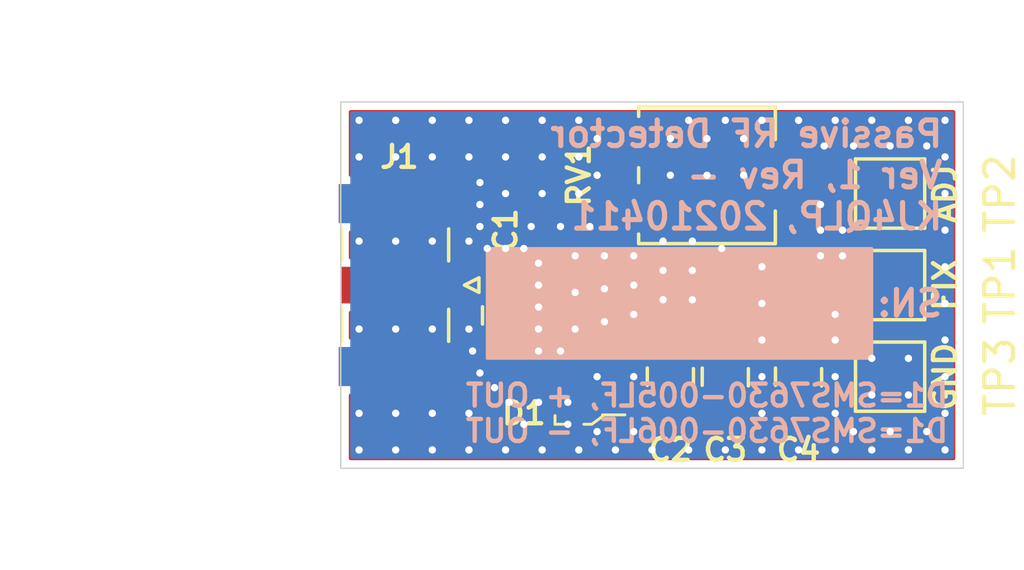
<source format=kicad_pcb>
(kicad_pcb (version 20171130) (host pcbnew 5.1.9-73d0e3b20d~88~ubuntu20.04.1)

  (general
    (thickness 1.6)
    (drawings 11)
    (tracks 160)
    (zones 0)
    (modules 11)
    (nets 7)
  )

  (page USLetter)
  (title_block
    (title "RF Detector, V1")
    (date 2021-04-10)
    (rev -)
    (company "Amateur Radio")
    (comment 2 creativecommons.org/licenses/by/4.0/)
    (comment 3 "License: CC BY 4.0")
    (comment 4 "Author: Zach Leffke, KJ4QLP")
  )

  (layers
    (0 F.Cu signal)
    (31 B.Cu signal)
    (32 B.Adhes user)
    (33 F.Adhes user)
    (34 B.Paste user)
    (35 F.Paste user)
    (36 B.SilkS user)
    (37 F.SilkS user)
    (38 B.Mask user)
    (39 F.Mask user)
    (40 Dwgs.User user)
    (41 Cmts.User user)
    (42 Eco1.User user)
    (43 Eco2.User user)
    (44 Edge.Cuts user)
    (45 Margin user)
    (46 B.CrtYd user)
    (47 F.CrtYd user)
    (48 B.Fab user)
    (49 F.Fab user)
  )

  (setup
    (last_trace_width 0.762)
    (user_trace_width 0.508)
    (user_trace_width 0.635)
    (user_trace_width 0.762)
    (user_trace_width 1.016)
    (trace_clearance 0.1524)
    (zone_clearance 0.254)
    (zone_45_only no)
    (trace_min 0.1524)
    (via_size 0.508)
    (via_drill 0.254)
    (via_min_size 0.508)
    (via_min_drill 0.254)
    (uvia_size 0.508)
    (uvia_drill 0.254)
    (uvias_allowed no)
    (uvia_min_size 0.508)
    (uvia_min_drill 0.254)
    (edge_width 0.05)
    (segment_width 0.2)
    (pcb_text_width 0.3)
    (pcb_text_size 1.5 1.5)
    (mod_edge_width 0.12)
    (mod_text_size 1 1)
    (mod_text_width 0.15)
    (pad_size 1.524 1.524)
    (pad_drill 0.762)
    (pad_to_mask_clearance 0)
    (aux_axis_origin 0 0)
    (visible_elements FFFDFF7F)
    (pcbplotparams
      (layerselection 0x010fc_ffffffff)
      (usegerberextensions false)
      (usegerberattributes true)
      (usegerberadvancedattributes true)
      (creategerberjobfile true)
      (excludeedgelayer true)
      (linewidth 0.100000)
      (plotframeref false)
      (viasonmask false)
      (mode 1)
      (useauxorigin false)
      (hpglpennumber 1)
      (hpglpenspeed 20)
      (hpglpendiameter 15.000000)
      (psnegative false)
      (psa4output false)
      (plotreference true)
      (plotvalue true)
      (plotinvisibletext false)
      (padsonsilk false)
      (subtractmaskfromsilk false)
      (outputformat 1)
      (mirror false)
      (drillshape 1)
      (scaleselection 1)
      (outputdirectory ""))
  )

  (net 0 "")
  (net 1 "Net-(C1-Pad1)")
  (net 2 "Net-(C1-Pad2)")
  (net 3 GND)
  (net 4 "Net-(C2-Pad2)")
  (net 5 "Net-(C4-Pad2)")
  (net 6 "Net-(RV1-Pad2)")

  (net_class Default "This is the default net class."
    (clearance 0.1524)
    (trace_width 0.254)
    (via_dia 0.508)
    (via_drill 0.254)
    (uvia_dia 0.508)
    (uvia_drill 0.254)
    (diff_pair_width 0.254)
    (diff_pair_gap 0.254)
    (add_net GND)
    (add_net "Net-(C1-Pad1)")
    (add_net "Net-(C1-Pad2)")
    (add_net "Net-(C2-Pad2)")
    (add_net "Net-(C4-Pad2)")
    (add_net "Net-(RV1-Pad2)")
  )

  (module TestPoint:TestPoint_Pad_2.0x2.0mm (layer F.Cu) (tedit 5A0F774F) (tstamp 6071C28A)
    (at 133.35 92.075 270)
    (descr "SMD rectangular pad as test Point, square 2.0mm side length")
    (tags "test point SMD pad rectangle square")
    (path /60743281)
    (attr virtual)
    (fp_text reference TP3 (at 0 -3.81 90) (layer F.SilkS)
      (effects (font (size 1 1) (thickness 0.15)))
    )
    (fp_text value TestPoint (at 0 2.05 90) (layer F.Fab)
      (effects (font (size 1 1) (thickness 0.15)))
    )
    (fp_line (start -1.2 -1.2) (end 1.2 -1.2) (layer F.SilkS) (width 0.12))
    (fp_line (start 1.2 -1.2) (end 1.2 1.2) (layer F.SilkS) (width 0.12))
    (fp_line (start 1.2 1.2) (end -1.2 1.2) (layer F.SilkS) (width 0.12))
    (fp_line (start -1.2 1.2) (end -1.2 -1.2) (layer F.SilkS) (width 0.12))
    (fp_line (start -1.5 -1.5) (end 1.5 -1.5) (layer F.CrtYd) (width 0.05))
    (fp_line (start -1.5 -1.5) (end -1.5 1.5) (layer F.CrtYd) (width 0.05))
    (fp_line (start 1.5 1.5) (end 1.5 -1.5) (layer F.CrtYd) (width 0.05))
    (fp_line (start 1.5 1.5) (end -1.5 1.5) (layer F.CrtYd) (width 0.05))
    (pad 1 smd rect (at 0 0 270) (size 2 2) (layers F.Cu F.Mask)
      (net 3 GND))
  )

  (module TestPoint:TestPoint_Pad_2.0x2.0mm (layer F.Cu) (tedit 5A0F774F) (tstamp 6072CC74)
    (at 133.35 85.725 270)
    (descr "SMD rectangular pad as test Point, square 2.0mm side length")
    (tags "test point SMD pad rectangle square")
    (path /60742C6A)
    (attr virtual)
    (fp_text reference TP2 (at 0 -3.81 90) (layer F.SilkS)
      (effects (font (size 1 1) (thickness 0.15)))
    )
    (fp_text value adjust (at 0 2.05 90) (layer F.Fab)
      (effects (font (size 1 1) (thickness 0.15)))
    )
    (fp_line (start -1.2 -1.2) (end 1.2 -1.2) (layer F.SilkS) (width 0.12))
    (fp_line (start 1.2 -1.2) (end 1.2 1.2) (layer F.SilkS) (width 0.12))
    (fp_line (start 1.2 1.2) (end -1.2 1.2) (layer F.SilkS) (width 0.12))
    (fp_line (start -1.2 1.2) (end -1.2 -1.2) (layer F.SilkS) (width 0.12))
    (fp_line (start -1.5 -1.5) (end 1.5 -1.5) (layer F.CrtYd) (width 0.05))
    (fp_line (start -1.5 -1.5) (end -1.5 1.5) (layer F.CrtYd) (width 0.05))
    (fp_line (start 1.5 1.5) (end 1.5 -1.5) (layer F.CrtYd) (width 0.05))
    (fp_line (start 1.5 1.5) (end -1.5 1.5) (layer F.CrtYd) (width 0.05))
    (pad 1 smd rect (at 0 0 270) (size 2 2) (layers F.Cu F.Mask)
      (net 6 "Net-(RV1-Pad2)"))
  )

  (module TestPoint:TestPoint_Pad_2.0x2.0mm (layer F.Cu) (tedit 5A0F774F) (tstamp 6071C26E)
    (at 133.35 88.9 270)
    (descr "SMD rectangular pad as test Point, square 2.0mm side length")
    (tags "test point SMD pad rectangle square")
    (path /60742678)
    (attr virtual)
    (fp_text reference TP1 (at 0 -3.81 90) (layer F.SilkS)
      (effects (font (size 1 1) (thickness 0.15)))
    )
    (fp_text value fixed (at 0 2.05 90) (layer F.Fab)
      (effects (font (size 1 1) (thickness 0.15)))
    )
    (fp_line (start -1.2 -1.2) (end 1.2 -1.2) (layer F.SilkS) (width 0.12))
    (fp_line (start 1.2 -1.2) (end 1.2 1.2) (layer F.SilkS) (width 0.12))
    (fp_line (start 1.2 1.2) (end -1.2 1.2) (layer F.SilkS) (width 0.12))
    (fp_line (start -1.2 1.2) (end -1.2 -1.2) (layer F.SilkS) (width 0.12))
    (fp_line (start -1.5 -1.5) (end 1.5 -1.5) (layer F.CrtYd) (width 0.05))
    (fp_line (start -1.5 -1.5) (end -1.5 1.5) (layer F.CrtYd) (width 0.05))
    (fp_line (start 1.5 1.5) (end 1.5 -1.5) (layer F.CrtYd) (width 0.05))
    (fp_line (start 1.5 1.5) (end -1.5 1.5) (layer F.CrtYd) (width 0.05))
    (pad 1 smd rect (at 0 0 270) (size 2 2) (layers F.Cu F.Mask)
      (net 5 "Net-(C4-Pad2)"))
  )

  (module Potentiometer_SMD:Potentiometer_Bourns_3314G_Vertical (layer F.Cu) (tedit 5A81E1D7) (tstamp 6071C260)
    (at 127 85.09 90)
    (descr "Potentiometer, vertical, Bourns 3314G, http://www.bourns.com/docs/Product-Datasheets/3314.pdf")
    (tags "Potentiometer vertical Bourns 3314G")
    (path /6073FAD7)
    (attr smd)
    (fp_text reference RV1 (at 0 -4.445 90) (layer F.SilkS)
      (effects (font (size 0.762 0.762) (thickness 0.1524)))
    )
    (fp_text value 10k (at 0 4.65 90) (layer F.Fab)
      (effects (font (size 1 1) (thickness 0.15)))
    )
    (fp_circle (center 0 0) (end 1 0) (layer F.Fab) (width 0.1))
    (fp_line (start -2.25 -2.25) (end -2.25 2.25) (layer F.Fab) (width 0.1))
    (fp_line (start -2.25 2.25) (end 2.25 2.25) (layer F.Fab) (width 0.1))
    (fp_line (start 2.25 2.25) (end 2.25 -2.25) (layer F.Fab) (width 0.1))
    (fp_line (start 2.25 -2.25) (end -2.25 -2.25) (layer F.Fab) (width 0.1))
    (fp_line (start 0 0.99) (end 0.001 -0.989) (layer F.Fab) (width 0.1))
    (fp_line (start 0 0.99) (end 0.001 -0.989) (layer F.Fab) (width 0.1))
    (fp_line (start 2.04 -2.37) (end 2.37 -2.37) (layer F.SilkS) (width 0.12))
    (fp_line (start -2.37 -2.37) (end -2.039 -2.37) (layer F.SilkS) (width 0.12))
    (fp_line (start -0.259 -2.37) (end 0.26 -2.37) (layer F.SilkS) (width 0.12))
    (fp_line (start -2.37 2.37) (end -1.24 2.37) (layer F.SilkS) (width 0.12))
    (fp_line (start 1.24 2.37) (end 2.37 2.37) (layer F.SilkS) (width 0.12))
    (fp_line (start -2.37 -2.37) (end -2.37 2.37) (layer F.SilkS) (width 0.12))
    (fp_line (start 2.37 -2.37) (end 2.37 2.37) (layer F.SilkS) (width 0.12))
    (fp_line (start -2.5 -3.65) (end -2.5 3.65) (layer F.CrtYd) (width 0.05))
    (fp_line (start -2.5 3.65) (end 2.5 3.65) (layer F.CrtYd) (width 0.05))
    (fp_line (start 2.5 3.65) (end 2.5 -3.65) (layer F.CrtYd) (width 0.05))
    (fp_line (start 2.5 -3.65) (end -2.5 -3.65) (layer F.CrtYd) (width 0.05))
    (fp_text user %R (at 0 -1.7 90) (layer F.Fab)
      (effects (font (size 0.63 0.63) (thickness 0.15)))
    )
    (pad 3 smd rect (at -1.15 -2.75 90) (size 1.3 1.3) (layers F.Cu F.Paste F.Mask)
      (net 5 "Net-(C4-Pad2)"))
    (pad 2 smd rect (at 0 2.75 90) (size 2 1.3) (layers F.Cu F.Paste F.Mask)
      (net 6 "Net-(RV1-Pad2)"))
    (pad 1 smd rect (at 1.15 -2.75 90) (size 1.3 1.3) (layers F.Cu F.Paste F.Mask)
      (net 3 GND))
    (model ${KISYS3DMOD}/Potentiometer_SMD.3dshapes/Potentiometer_Bourns_3314G_Vertical.wrl
      (at (xyz 0 0 0))
      (scale (xyz 1 1 1))
      (rotate (xyz 0 0 0))
    )
  )

  (module Inductor_SMD:L_0805_2012Metric (layer F.Cu) (tedit 5F68FEF0) (tstamp 6072B1C6)
    (at 128.905 88.9)
    (descr "Inductor SMD 0805 (2012 Metric), square (rectangular) end terminal, IPC_7351 nominal, (Body size source: IPC-SM-782 page 80, https://www.pcb-3d.com/wordpress/wp-content/uploads/ipc-sm-782a_amendment_1_and_2.pdf), generated with kicad-footprint-generator")
    (tags inductor)
    (path /6071C26A)
    (attr smd)
    (fp_text reference L1 (at -2.54 0) (layer F.SilkS)
      (effects (font (size 0.762 0.762) (thickness 0.1524)))
    )
    (fp_text value 100nH (at 0 1.55) (layer F.Fab)
      (effects (font (size 1 1) (thickness 0.15)))
    )
    (fp_line (start -1 0.45) (end -1 -0.45) (layer F.Fab) (width 0.1))
    (fp_line (start -1 -0.45) (end 1 -0.45) (layer F.Fab) (width 0.1))
    (fp_line (start 1 -0.45) (end 1 0.45) (layer F.Fab) (width 0.1))
    (fp_line (start 1 0.45) (end -1 0.45) (layer F.Fab) (width 0.1))
    (fp_line (start -0.399622 -0.56) (end 0.399622 -0.56) (layer F.SilkS) (width 0.12))
    (fp_line (start -0.399622 0.56) (end 0.399622 0.56) (layer F.SilkS) (width 0.12))
    (fp_line (start -1.75 0.85) (end -1.75 -0.85) (layer F.CrtYd) (width 0.05))
    (fp_line (start -1.75 -0.85) (end 1.75 -0.85) (layer F.CrtYd) (width 0.05))
    (fp_line (start 1.75 -0.85) (end 1.75 0.85) (layer F.CrtYd) (width 0.05))
    (fp_line (start 1.75 0.85) (end -1.75 0.85) (layer F.CrtYd) (width 0.05))
    (fp_text user %R (at 0 0) (layer F.Fab)
      (effects (font (size 0.5 0.5) (thickness 0.08)))
    )
    (pad 2 smd roundrect (at 1.0625 0) (size 0.875 1.2) (layers F.Cu F.Paste F.Mask) (roundrect_rratio 0.25)
      (net 5 "Net-(C4-Pad2)"))
    (pad 1 smd roundrect (at -1.0625 0) (size 0.875 1.2) (layers F.Cu F.Paste F.Mask) (roundrect_rratio 0.25)
      (net 4 "Net-(C2-Pad2)"))
    (model ${KISYS3DMOD}/Inductor_SMD.3dshapes/L_0805_2012Metric.wrl
      (at (xyz 0 0 0))
      (scale (xyz 1 1 1))
      (rotate (xyz 0 0 0))
    )
  )

  (module Connector_Coaxial:SMA_Samtec_SMA-J-P-X-ST-EM1_EdgeMount (layer F.Cu) (tedit 5DAA3454) (tstamp 60728BD4)
    (at 116.332 88.9 270)
    (descr "Connector SMA, 0Hz to 20GHz, 50Ohm, Edge Mount (http://suddendocs.samtec.com/prints/sma-j-p-x-st-em1-mkt.pdf)")
    (tags "SMA Straight Samtec Edge Mount")
    (path /607212BA)
    (attr smd)
    (fp_text reference J1 (at -4.445 0 180) (layer F.SilkS)
      (effects (font (size 0.762 0.762) (thickness 0.1524)))
    )
    (fp_text value RF_IN_EDGE (at 0 13 90) (layer F.Fab)
      (effects (font (size 1 1) (thickness 0.15)))
    )
    (fp_line (start -0.25 -2.76) (end 0 -2.26) (layer F.SilkS) (width 0.12))
    (fp_line (start 0.25 -2.76) (end -0.25 -2.76) (layer F.SilkS) (width 0.12))
    (fp_line (start 0 -2.26) (end 0.25 -2.76) (layer F.SilkS) (width 0.12))
    (fp_line (start 0 3.1) (end -0.64 2.1) (layer F.Fab) (width 0.1))
    (fp_line (start 0.64 2.1) (end 0 3.1) (layer F.Fab) (width 0.1))
    (fp_line (start 4 2.6) (end 4 -2.6) (layer F.CrtYd) (width 0.05))
    (fp_line (start 3.68 12.12) (end -3.68 12.12) (layer F.CrtYd) (width 0.05))
    (fp_line (start -4 2.6) (end -4 -2.6) (layer F.CrtYd) (width 0.05))
    (fp_line (start -4 -2.6) (end 4 -2.6) (layer F.CrtYd) (width 0.05))
    (fp_line (start 4 2.6) (end 4 -2.6) (layer B.CrtYd) (width 0.05))
    (fp_line (start 3.68 12.12) (end -3.68 12.12) (layer B.CrtYd) (width 0.05))
    (fp_line (start -4 2.6) (end -4 -2.6) (layer B.CrtYd) (width 0.05))
    (fp_line (start -4 -2.6) (end 4 -2.6) (layer B.CrtYd) (width 0.05))
    (fp_line (start 3.165 11.62) (end -3.165 11.62) (layer F.Fab) (width 0.1))
    (fp_line (start 3.175 -1.71) (end 3.175 11.62) (layer F.Fab) (width 0.1))
    (fp_line (start 3.175 -1.71) (end 2.365 -1.71) (layer F.Fab) (width 0.1))
    (fp_line (start 2.365 -1.71) (end 2.365 2.1) (layer F.Fab) (width 0.1))
    (fp_line (start 2.365 2.1) (end -2.365 2.1) (layer F.Fab) (width 0.1))
    (fp_line (start -2.365 2.1) (end -2.365 -1.71) (layer F.Fab) (width 0.1))
    (fp_line (start -2.365 -1.71) (end -3.175 -1.71) (layer F.Fab) (width 0.1))
    (fp_line (start -3.175 -1.71) (end -3.175 11.62) (layer F.Fab) (width 0.1))
    (fp_line (start 4.1 2.1) (end -4.1 2.1) (layer Dwgs.User) (width 0.1))
    (fp_line (start -3.68 2.6) (end -4 2.6) (layer F.CrtYd) (width 0.05))
    (fp_line (start -3.68 12.12) (end -3.68 2.6) (layer F.CrtYd) (width 0.05))
    (fp_line (start 3.68 2.6) (end 4 2.6) (layer F.CrtYd) (width 0.05))
    (fp_line (start 3.68 2.6) (end 3.68 12.12) (layer F.CrtYd) (width 0.05))
    (fp_line (start -3.68 2.6) (end -4 2.6) (layer B.CrtYd) (width 0.05))
    (fp_line (start -3.68 12.12) (end -3.68 2.6) (layer B.CrtYd) (width 0.05))
    (fp_line (start 4 2.6) (end 3.68 2.6) (layer B.CrtYd) (width 0.05))
    (fp_line (start 3.68 2.6) (end 3.68 12.12) (layer B.CrtYd) (width 0.05))
    (fp_line (start -1.95 2) (end -0.84 2) (layer F.SilkS) (width 0.12))
    (fp_line (start 0.84 2) (end 1.95 2) (layer F.SilkS) (width 0.12))
    (fp_line (start -1.95 -1.71) (end -0.84 -1.71) (layer F.SilkS) (width 0.12))
    (fp_line (start 0.84 -1.71) (end 1.95 -1.71) (layer F.SilkS) (width 0.12))
    (fp_text user "Board Thickness: 1.57mm" (at 0 8.255 90) (layer Cmts.User)
      (effects (font (size 1 1) (thickness 0.15)))
    )
    (fp_text user "PCB Edge" (at 0 2.6 90) (layer Dwgs.User)
      (effects (font (size 0.5 0.5) (thickness 0.1)))
    )
    (fp_text user %R (at 0 4.79 270) (layer F.Fab)
      (effects (font (size 1 1) (thickness 0.15)))
    )
    (pad 1 smd rect (at 0 0.2 270) (size 1.27 3.6) (layers F.Cu F.Paste F.Mask)
      (net 2 "Net-(C1-Pad2)"))
    (pad 2 smd rect (at 2.825 0 270) (size 1.35 4.2) (layers F.Cu F.Paste F.Mask)
      (net 3 GND))
    (pad 2 smd rect (at -2.825 0 270) (size 1.35 4.2) (layers F.Cu F.Paste F.Mask)
      (net 3 GND))
    (pad 2 smd rect (at 2.825 0 270) (size 1.35 4.2) (layers B.Cu B.Paste B.Mask)
      (net 3 GND))
    (pad 2 smd rect (at -2.825 0 270) (size 1.35 4.2) (layers B.Cu B.Paste B.Mask)
      (net 3 GND))
    (model ${KISYS3DMOD}/Connector_Coaxial.3dshapes/SMA_Samtec_SMA-J-P-X-ST-EM1_EdgeMount.wrl
      (at (xyz 0 0 0))
      (scale (xyz 1 1 1))
      (rotate (xyz 0 0 0))
    )
  )

  (module digikey-footprints:SOT-23-3 (layer F.Cu) (tedit 5D28A5E3) (tstamp 6071C1F0)
    (at 122.555 92.075 180)
    (path /6071CE8C)
    (attr smd)
    (fp_text reference D1 (at 1.905 -1.27) (layer F.SilkS)
      (effects (font (size 0.762 0.762) (thickness 0.1524)))
    )
    (fp_text value SMS7630-005LF (at 0.025 3.25) (layer F.Fab)
      (effects (font (size 1 1) (thickness 0.15)))
    )
    (fp_line (start -1.825 -1.95) (end 1.825 -1.95) (layer F.CrtYd) (width 0.05))
    (fp_line (start -1.825 -1.95) (end -1.825 1.95) (layer F.CrtYd) (width 0.05))
    (fp_line (start 1.825 1.95) (end -1.825 1.95) (layer F.CrtYd) (width 0.05))
    (fp_line (start 1.825 -1.95) (end 1.825 1.95) (layer F.CrtYd) (width 0.05))
    (fp_line (start -0.175 -1.65) (end -0.45 -1.65) (layer F.SilkS) (width 0.1))
    (fp_line (start -0.45 -1.65) (end -0.825 -1.375) (layer F.SilkS) (width 0.1))
    (fp_line (start -0.825 -1.375) (end -0.825 -1.325) (layer F.SilkS) (width 0.1))
    (fp_line (start -0.825 -1.325) (end -1.6 -1.325) (layer F.SilkS) (width 0.1))
    (fp_line (start -0.7 -1.325) (end -0.7 1.525) (layer F.Fab) (width 0.1))
    (fp_line (start -0.425 -1.525) (end 0.7 -1.525) (layer F.Fab) (width 0.1))
    (fp_line (start -0.425 -1.525) (end -0.7 -1.325) (layer F.Fab) (width 0.1))
    (fp_line (start -0.35 1.65) (end -0.825 1.65) (layer F.SilkS) (width 0.1))
    (fp_line (start -0.825 1.65) (end -0.825 1.3) (layer F.SilkS) (width 0.1))
    (fp_line (start 0.825 1.425) (end 0.825 1.3) (layer F.SilkS) (width 0.1))
    (fp_line (start 0.825 1.35) (end 0.825 1.65) (layer F.SilkS) (width 0.1))
    (fp_line (start 0.825 1.65) (end 0.375 1.65) (layer F.SilkS) (width 0.1))
    (fp_line (start 0.45 -1.65) (end 0.825 -1.65) (layer F.SilkS) (width 0.1))
    (fp_line (start 0.825 -1.65) (end 0.825 -1.35) (layer F.SilkS) (width 0.1))
    (fp_line (start -0.7 1.52) (end 0.7 1.52) (layer F.Fab) (width 0.1))
    (fp_line (start 0.7 1.52) (end 0.7 -1.52) (layer F.Fab) (width 0.1))
    (fp_text user %R (at -0.125 0.15) (layer F.Fab)
      (effects (font (size 0.25 0.25) (thickness 0.05)))
    )
    (pad 1 smd rect (at -1.05 -0.95 180) (size 1.3 0.6) (layers F.Cu F.Paste F.Mask)
      (net 3 GND) (solder_mask_margin 0.07))
    (pad 2 smd rect (at -1.05 0.95 180) (size 1.3 0.6) (layers F.Cu F.Paste F.Mask)
      (net 4 "Net-(C2-Pad2)") (solder_mask_margin 0.07))
    (pad 3 smd rect (at 1.05 0 180) (size 1.3 0.6) (layers F.Cu F.Paste F.Mask)
      (net 1 "Net-(C1-Pad1)") (solder_mask_margin 0.07))
  )

  (module digikey-footprints:0805 (layer F.Cu) (tedit 5D288D36) (tstamp 6071C1D4)
    (at 130.175 92.075 90)
    (path /607369A3)
    (attr smd)
    (fp_text reference C4 (at -2.54 0 180) (layer F.SilkS)
      (effects (font (size 0.762 0.762) (thickness 0.1524)))
    )
    (fp_text value 1000pF (at 0 1.95 90) (layer F.Fab)
      (effects (font (size 1 1) (thickness 0.15)))
    )
    (fp_line (start -1.9 0.93) (end 1.9 0.93) (layer F.CrtYd) (width 0.05))
    (fp_line (start -1.9 -0.93) (end 1.9 -0.93) (layer F.CrtYd) (width 0.05))
    (fp_line (start 1.9 0.93) (end 1.9 -0.93) (layer F.CrtYd) (width 0.05))
    (fp_line (start -1.9 0.93) (end -1.9 -0.93) (layer F.CrtYd) (width 0.05))
    (fp_line (start -0.32 0.8) (end 0.28 0.8) (layer F.SilkS) (width 0.12))
    (fp_line (start -0.3 -0.8) (end 0.3 -0.8) (layer F.SilkS) (width 0.12))
    (fp_line (start -0.95 0.68) (end 0.95 0.68) (layer F.Fab) (width 0.12))
    (fp_line (start -0.95 -0.68) (end 0.95 -0.68) (layer F.Fab) (width 0.12))
    (fp_line (start 0.95 -0.675) (end 0.95 0.675) (layer F.Fab) (width 0.12))
    (fp_line (start -0.95 -0.675) (end -0.95 0.675) (layer F.Fab) (width 0.12))
    (pad 1 smd rect (at -1.05 0 90) (size 1.2 1.2) (layers F.Cu F.Paste F.Mask)
      (net 3 GND))
    (pad 2 smd rect (at 1.05 0 90) (size 1.2 1.2) (layers F.Cu F.Paste F.Mask)
      (net 5 "Net-(C4-Pad2)"))
  )

  (module digikey-footprints:0805 (layer F.Cu) (tedit 5D288D36) (tstamp 6071C1C4)
    (at 127.635 92.075 90)
    (path /60723DB3)
    (attr smd)
    (fp_text reference C3 (at -2.54 0 180) (layer F.SilkS)
      (effects (font (size 0.762 0.762) (thickness 0.1524)))
    )
    (fp_text value 1000pF (at 0 1.95 90) (layer F.Fab)
      (effects (font (size 1 1) (thickness 0.15)))
    )
    (fp_line (start -1.9 0.93) (end 1.9 0.93) (layer F.CrtYd) (width 0.05))
    (fp_line (start -1.9 -0.93) (end 1.9 -0.93) (layer F.CrtYd) (width 0.05))
    (fp_line (start 1.9 0.93) (end 1.9 -0.93) (layer F.CrtYd) (width 0.05))
    (fp_line (start -1.9 0.93) (end -1.9 -0.93) (layer F.CrtYd) (width 0.05))
    (fp_line (start -0.32 0.8) (end 0.28 0.8) (layer F.SilkS) (width 0.12))
    (fp_line (start -0.3 -0.8) (end 0.3 -0.8) (layer F.SilkS) (width 0.12))
    (fp_line (start -0.95 0.68) (end 0.95 0.68) (layer F.Fab) (width 0.12))
    (fp_line (start -0.95 -0.68) (end 0.95 -0.68) (layer F.Fab) (width 0.12))
    (fp_line (start 0.95 -0.675) (end 0.95 0.675) (layer F.Fab) (width 0.12))
    (fp_line (start -0.95 -0.675) (end -0.95 0.675) (layer F.Fab) (width 0.12))
    (pad 1 smd rect (at -1.05 0 90) (size 1.2 1.2) (layers F.Cu F.Paste F.Mask)
      (net 3 GND))
    (pad 2 smd rect (at 1.05 0 90) (size 1.2 1.2) (layers F.Cu F.Paste F.Mask)
      (net 4 "Net-(C2-Pad2)"))
  )

  (module digikey-footprints:0805 (layer F.Cu) (tedit 5D288D36) (tstamp 6071C1B4)
    (at 125.73 92.075 90)
    (path /6072337B)
    (attr smd)
    (fp_text reference C2 (at -2.54 0 180) (layer F.SilkS)
      (effects (font (size 0.762 0.762) (thickness 0.1524)))
    )
    (fp_text value 100pF (at 0 1.95 90) (layer F.Fab)
      (effects (font (size 1 1) (thickness 0.15)))
    )
    (fp_line (start -1.9 0.93) (end 1.9 0.93) (layer F.CrtYd) (width 0.05))
    (fp_line (start -1.9 -0.93) (end 1.9 -0.93) (layer F.CrtYd) (width 0.05))
    (fp_line (start 1.9 0.93) (end 1.9 -0.93) (layer F.CrtYd) (width 0.05))
    (fp_line (start -1.9 0.93) (end -1.9 -0.93) (layer F.CrtYd) (width 0.05))
    (fp_line (start -0.32 0.8) (end 0.28 0.8) (layer F.SilkS) (width 0.12))
    (fp_line (start -0.3 -0.8) (end 0.3 -0.8) (layer F.SilkS) (width 0.12))
    (fp_line (start -0.95 0.68) (end 0.95 0.68) (layer F.Fab) (width 0.12))
    (fp_line (start -0.95 -0.68) (end 0.95 -0.68) (layer F.Fab) (width 0.12))
    (fp_line (start 0.95 -0.675) (end 0.95 0.675) (layer F.Fab) (width 0.12))
    (fp_line (start -0.95 -0.675) (end -0.95 0.675) (layer F.Fab) (width 0.12))
    (pad 1 smd rect (at -1.05 0 90) (size 1.2 1.2) (layers F.Cu F.Paste F.Mask)
      (net 3 GND))
    (pad 2 smd rect (at 1.05 0 90) (size 1.2 1.2) (layers F.Cu F.Paste F.Mask)
      (net 4 "Net-(C2-Pad2)"))
  )

  (module digikey-footprints:0805 (layer F.Cu) (tedit 5D288D36) (tstamp 6071C1A4)
    (at 120.015 89.95 90)
    (path /6071B69B)
    (attr smd)
    (fp_text reference C1 (at 2.955 0 90) (layer F.SilkS)
      (effects (font (size 0.762 0.762) (thickness 0.1524)))
    )
    (fp_text value 5pF (at 0 1.95 90) (layer F.Fab)
      (effects (font (size 1 1) (thickness 0.15)))
    )
    (fp_line (start -1.9 0.93) (end 1.9 0.93) (layer F.CrtYd) (width 0.05))
    (fp_line (start -1.9 -0.93) (end 1.9 -0.93) (layer F.CrtYd) (width 0.05))
    (fp_line (start 1.9 0.93) (end 1.9 -0.93) (layer F.CrtYd) (width 0.05))
    (fp_line (start -1.9 0.93) (end -1.9 -0.93) (layer F.CrtYd) (width 0.05))
    (fp_line (start -0.32 0.8) (end 0.28 0.8) (layer F.SilkS) (width 0.12))
    (fp_line (start -0.3 -0.8) (end 0.3 -0.8) (layer F.SilkS) (width 0.12))
    (fp_line (start -0.95 0.68) (end 0.95 0.68) (layer F.Fab) (width 0.12))
    (fp_line (start -0.95 -0.68) (end 0.95 -0.68) (layer F.Fab) (width 0.12))
    (fp_line (start 0.95 -0.675) (end 0.95 0.675) (layer F.Fab) (width 0.12))
    (fp_line (start -0.95 -0.675) (end -0.95 0.675) (layer F.Fab) (width 0.12))
    (pad 1 smd rect (at -1.05 0 90) (size 1.2 1.2) (layers F.Cu F.Paste F.Mask)
      (net 1 "Net-(C1-Pad1)"))
    (pad 2 smd rect (at 1.05 0 90) (size 1.2 1.2) (layers F.Cu F.Paste F.Mask)
      (net 2 "Net-(C1-Pad2)"))
  )

  (gr_text "D1=SMS7630-005LF, + OUT\nD1=SMS7630-006LF, - OUT" (at 127 93.345) (layer B.SilkS)
    (effects (font (size 0.762 0.762) (thickness 0.1524)) (justify mirror))
  )
  (gr_text SN: (at 135.255 89.535) (layer B.SilkS) (tstamp 6072DA0E)
    (effects (font (size 0.889 0.889) (thickness 0.1778)) (justify left mirror))
  )
  (gr_poly (pts (xy 132.715 91.44) (xy 119.38 91.44) (xy 119.38 87.63) (xy 132.715 87.63)) (layer B.SilkS) (width 0.1))
  (gr_text "Passive RF Detector\nVer 1, Rev -\nKJ4QLP, 20210411" (at 135.255 85.09) (layer B.SilkS)
    (effects (font (size 0.889 0.889) (thickness 0.1778)) (justify left mirror))
  )
  (gr_text ADJ (at 135.255 85.725 90) (layer F.SilkS) (tstamp 6072CCE2)
    (effects (font (size 0.762 0.762) (thickness 0.1524)))
  )
  (gr_text FIX (at 135.255 88.9 90) (layer F.SilkS) (tstamp 6072CCE0)
    (effects (font (size 0.762 0.762) (thickness 0.1524)))
  )
  (gr_text GND (at 135.255 92.075 90) (layer F.SilkS)
    (effects (font (size 0.762 0.762) (thickness 0.1524)))
  )
  (gr_line (start 135.89 82.55) (end 114.3 82.55) (layer Edge.Cuts) (width 0.05))
  (gr_line (start 135.89 95.25) (end 135.89 82.55) (layer Edge.Cuts) (width 0.05))
  (gr_line (start 114.3 95.25) (end 135.89 95.25) (layer Edge.Cuts) (width 0.05))
  (gr_line (start 114.3 82.55) (end 114.3 95.25) (layer Edge.Cuts) (width 0.05))

  (via (at 132.715 91.44) (size 0.508) (drill 0.254) (layers F.Cu B.Cu) (net 3))
  (via (at 133.985 91.44) (size 0.508) (drill 0.254) (layers F.Cu B.Cu) (net 3))
  (via (at 133.985 92.71) (size 0.508) (drill 0.254) (layers F.Cu B.Cu) (net 3))
  (via (at 132.715 92.71) (size 0.508) (drill 0.254) (layers F.Cu B.Cu) (net 3))
  (segment (start 121.505 92.075) (end 120.65 92.075) (width 0.635) (layer F.Cu) (net 1))
  (segment (start 120.015 91) (end 120.015 91.44) (width 0.635) (layer F.Cu) (net 1))
  (segment (start 120.015 91.44) (end 120.65 92.075) (width 0.635) (layer F.Cu) (net 1))
  (segment (start 116.132 88.9) (end 120.015 88.9) (width 1.016) (layer F.Cu) (net 2))
  (via (at 114.935 83.185) (size 0.508) (drill 0.254) (layers F.Cu B.Cu) (net 3))
  (via (at 114.935 94.615) (size 0.508) (drill 0.254) (layers F.Cu B.Cu) (net 3))
  (via (at 135.255 94.615) (size 0.508) (drill 0.254) (layers F.Cu B.Cu) (net 3))
  (via (at 135.255 83.185) (size 0.508) (drill 0.254) (layers F.Cu B.Cu) (net 3))
  (via (at 114.935 87.376) (size 0.508) (drill 0.254) (layers F.Cu B.Cu) (net 3))
  (via (at 116.205 87.376) (size 0.508) (drill 0.254) (layers F.Cu B.Cu) (net 3))
  (via (at 117.475 87.376) (size 0.508) (drill 0.254) (layers F.Cu B.Cu) (net 3))
  (via (at 118.745 87.376) (size 0.508) (drill 0.254) (layers F.Cu B.Cu) (net 3))
  (via (at 122.428 87.884) (size 0.508) (drill 0.254) (layers F.Cu B.Cu) (net 3))
  (via (at 114.935 90.424) (size 0.508) (drill 0.254) (layers F.Cu B.Cu) (net 3))
  (via (at 116.205 90.424) (size 0.508) (drill 0.254) (layers F.Cu B.Cu) (net 3))
  (via (at 117.475 90.424) (size 0.508) (drill 0.254) (layers F.Cu B.Cu) (net 3))
  (via (at 118.745 90.424) (size 0.508) (drill 0.254) (layers F.Cu B.Cu) (net 3))
  (via (at 119.634 92.456) (size 0.508) (drill 0.254) (layers F.Cu B.Cu) (net 3))
  (via (at 118.745 93.345) (size 0.508) (drill 0.254) (layers F.Cu B.Cu) (net 3))
  (via (at 135.255 92.075) (size 0.508) (drill 0.254) (layers F.Cu B.Cu) (net 3))
  (via (at 127.635 94.615) (size 0.508) (drill 0.254) (layers F.Cu B.Cu) (net 3))
  (via (at 128.905 94.615) (size 0.508) (drill 0.254) (layers F.Cu B.Cu) (net 3))
  (via (at 123.444 87.884) (size 0.508) (drill 0.254) (layers F.Cu B.Cu) (net 3))
  (via (at 123.444 89.027) (size 0.508) (drill 0.254) (layers F.Cu B.Cu) (net 3))
  (via (at 126.492 87.376) (size 0.508) (drill 0.254) (layers F.Cu B.Cu) (net 3))
  (via (at 122.555 85.725) (size 0.508) (drill 0.254) (layers F.Cu B.Cu) (net 3))
  (via (at 125.476 88.392) (size 0.508) (drill 0.254) (layers F.Cu B.Cu) (net 3))
  (via (at 117.475 83.185) (size 0.508) (drill 0.254) (layers F.Cu B.Cu) (net 3))
  (via (at 120.015 83.185) (size 0.508) (drill 0.254) (layers F.Cu B.Cu) (net 3))
  (via (at 122.555 83.185) (size 0.508) (drill 0.254) (layers F.Cu B.Cu) (net 3) (tstamp 6072CE49))
  (via (at 114.935 84.455) (size 0.508) (drill 0.254) (layers F.Cu B.Cu) (net 3) (tstamp 6072CE4B))
  (via (at 114.935 93.345) (size 0.508) (drill 0.254) (layers F.Cu B.Cu) (net 3) (tstamp 6072CE4D))
  (via (at 116.205 93.345) (size 0.508) (drill 0.254) (layers F.Cu B.Cu) (net 3) (tstamp 6072CE51))
  (via (at 117.475 93.345) (size 0.508) (drill 0.254) (layers F.Cu B.Cu) (net 3) (tstamp 6072CE53))
  (via (at 116.205 84.455) (size 0.508) (drill 0.254) (layers F.Cu B.Cu) (net 3) (tstamp 6072CE55))
  (via (at 117.475 84.455) (size 0.508) (drill 0.254) (layers F.Cu B.Cu) (net 3) (tstamp 6072CE57))
  (via (at 118.745 84.455) (size 0.508) (drill 0.254) (layers F.Cu B.Cu) (net 3) (tstamp 6072CE59))
  (via (at 120.015 85.725) (size 0.508) (drill 0.254) (layers F.Cu B.Cu) (net 3) (tstamp 6072CE5D))
  (via (at 116.205 94.615) (size 0.508) (drill 0.254) (layers F.Cu B.Cu) (net 3) (tstamp 6072CE60))
  (via (at 118.745 94.615) (size 0.508) (drill 0.254) (layers F.Cu B.Cu) (net 3) (tstamp 6072CE62))
  (via (at 121.285 94.615) (size 0.508) (drill 0.254) (layers F.Cu B.Cu) (net 3) (tstamp 6072CE64))
  (via (at 126.365 94.615) (size 0.508) (drill 0.254) (layers F.Cu B.Cu) (net 3) (tstamp 6072CE66))
  (via (at 135.255 89.535) (size 0.508) (drill 0.254) (layers F.Cu B.Cu) (net 3) (tstamp 6072CE6A))
  (via (at 135.255 86.995) (size 0.508) (drill 0.254) (layers F.Cu B.Cu) (net 3) (tstamp 6072CE6C))
  (via (at 135.255 84.455) (size 0.508) (drill 0.254) (layers F.Cu B.Cu) (net 3) (tstamp 6072CE6E))
  (via (at 135.255 85.725) (size 0.508) (drill 0.254) (layers F.Cu B.Cu) (net 3) (tstamp 6072CE70))
  (via (at 135.255 88.265) (size 0.508) (drill 0.254) (layers F.Cu B.Cu) (net 3) (tstamp 6072CE72))
  (via (at 135.255 90.805) (size 0.508) (drill 0.254) (layers F.Cu B.Cu) (net 3) (tstamp 6072CE74))
  (via (at 135.255 93.345) (size 0.508) (drill 0.254) (layers F.Cu B.Cu) (net 3) (tstamp 6072CE76))
  (via (at 133.985 94.615) (size 0.508) (drill 0.254) (layers F.Cu B.Cu) (net 3) (tstamp 6072CE78))
  (via (at 132.715 94.615) (size 0.508) (drill 0.254) (layers F.Cu B.Cu) (net 3) (tstamp 6072CE7A))
  (via (at 131.445 94.615) (size 0.508) (drill 0.254) (layers F.Cu B.Cu) (net 3) (tstamp 6072CE7C))
  (via (at 130.175 94.615) (size 0.508) (drill 0.254) (layers F.Cu B.Cu) (net 3) (tstamp 6072CE7E))
  (via (at 125.095 94.615) (size 0.508) (drill 0.254) (layers F.Cu B.Cu) (net 3) (tstamp 6072CE86))
  (via (at 123.825 94.615) (size 0.508) (drill 0.254) (layers F.Cu B.Cu) (net 3) (tstamp 6072CE88))
  (via (at 122.555 94.615) (size 0.508) (drill 0.254) (layers F.Cu B.Cu) (net 3) (tstamp 6072CE8A))
  (via (at 120.015 94.615) (size 0.508) (drill 0.254) (layers F.Cu B.Cu) (net 3) (tstamp 6072CE8E))
  (via (at 117.475 94.615) (size 0.508) (drill 0.254) (layers F.Cu B.Cu) (net 3) (tstamp 6072CE92))
  (via (at 118.745 83.185) (size 0.508) (drill 0.254) (layers F.Cu B.Cu) (net 3) (tstamp 6072CE96))
  (via (at 116.205 83.185) (size 0.508) (drill 0.254) (layers F.Cu B.Cu) (net 3) (tstamp 6072CE99))
  (via (at 120.015 84.455) (size 0.508) (drill 0.254) (layers F.Cu B.Cu) (net 3) (tstamp 6072CE9B))
  (via (at 121.285 83.185) (size 0.508) (drill 0.254) (layers F.Cu B.Cu) (net 3) (tstamp 6072CE9D))
  (via (at 133.985 83.185) (size 0.508) (drill 0.254) (layers F.Cu B.Cu) (net 3) (tstamp 6072CEA1))
  (via (at 132.715 83.185) (size 0.508) (drill 0.254) (layers F.Cu B.Cu) (net 3) (tstamp 6072CEA3))
  (via (at 131.445 83.185) (size 0.508) (drill 0.254) (layers F.Cu B.Cu) (net 3) (tstamp 6072CEA5))
  (via (at 130.175 83.185) (size 0.508) (drill 0.254) (layers F.Cu B.Cu) (net 3) (tstamp 6072CEA7))
  (via (at 128.905 83.185) (size 0.508) (drill 0.254) (layers F.Cu B.Cu) (net 3) (tstamp 6072CEA9))
  (via (at 127.635 83.185) (size 0.508) (drill 0.254) (layers F.Cu B.Cu) (net 3) (tstamp 6072CEAB))
  (via (at 126.492 88.392) (size 0.508) (drill 0.254) (layers F.Cu B.Cu) (net 3) (tstamp 6072CEB9))
  (via (at 125.476 87.376) (size 0.508) (drill 0.254) (layers F.Cu B.Cu) (net 3) (tstamp 6072CEC5))
  (via (at 121.285 84.455) (size 0.508) (drill 0.254) (layers F.Cu B.Cu) (net 3) (tstamp 6072CEC7))
  (via (at 122.555 84.455) (size 0.508) (drill 0.254) (layers F.Cu B.Cu) (net 3) (tstamp 6072CECB))
  (via (at 121.92 86.868) (size 0.508) (drill 0.254) (layers F.Cu B.Cu) (net 3) (tstamp 6072CED1))
  (via (at 121.285 85.725) (size 0.508) (drill 0.254) (layers F.Cu B.Cu) (net 3) (tstamp 6072CED7))
  (via (at 121.92 91.186) (size 0.508) (drill 0.254) (layers F.Cu B.Cu) (net 3) (tstamp 6072CED9))
  (via (at 126.365 83.185) (size 0.508) (drill 0.254) (layers F.Cu B.Cu) (net 3) (tstamp 6072CEE3))
  (via (at 128.905 92.075) (size 0.508) (drill 0.254) (layers F.Cu B.Cu) (net 3) (tstamp 6072CFF7))
  (via (at 128.905 90.805) (size 0.508) (drill 0.254) (layers F.Cu B.Cu) (net 3) (tstamp 6072CFF9))
  (via (at 128.905 93.345) (size 0.508) (drill 0.254) (layers F.Cu B.Cu) (net 3) (tstamp 6072CFFB))
  (via (at 128.905 89.535) (size 0.508) (drill 0.254) (layers F.Cu B.Cu) (net 3) (tstamp 6072CFFD))
  (via (at 128.905 88.265) (size 0.508) (drill 0.254) (layers F.Cu B.Cu) (net 3) (tstamp 6072CFFF))
  (via (at 123.444 90.17) (size 0.508) (drill 0.254) (layers F.Cu B.Cu) (net 3) (tstamp 6072D134))
  (via (at 125.476 89.408) (size 0.508) (drill 0.254) (layers F.Cu B.Cu) (net 3) (tstamp 6072D136))
  (via (at 126.492 89.408) (size 0.508) (drill 0.254) (layers F.Cu B.Cu) (net 3) (tstamp 6072D138))
  (via (at 127.508 87.63) (size 0.508) (drill 0.254) (layers F.Cu B.Cu) (net 3) (tstamp 6072D13B))
  (via (at 131.445 93.345) (size 0.508) (drill 0.254) (layers F.Cu B.Cu) (net 3) (tstamp 6072D13E))
  (via (at 131.445 92.075) (size 0.508) (drill 0.254) (layers F.Cu B.Cu) (net 3) (tstamp 6072D140))
  (via (at 131.445 90.805) (size 0.508) (drill 0.254) (layers F.Cu B.Cu) (net 3) (tstamp 6072D142))
  (via (at 130.937 87.884) (size 0.508) (drill 0.254) (layers F.Cu B.Cu) (net 3) (tstamp 6072D144))
  (via (at 130.937 86.106) (size 0.508) (drill 0.254) (layers F.Cu B.Cu) (net 3) (tstamp 6072D146))
  (via (at 124.46 87.884) (size 0.508) (drill 0.254) (layers F.Cu B.Cu) (net 3) (tstamp 6072D173))
  (via (at 124.46 88.9) (size 0.508) (drill 0.254) (layers F.Cu B.Cu) (net 3) (tstamp 6072D175))
  (via (at 124.46 89.916) (size 0.508) (drill 0.254) (layers F.Cu B.Cu) (net 3) (tstamp 6072D177))
  (via (at 122.428 89.154) (size 0.508) (drill 0.254) (layers F.Cu B.Cu) (net 3) (tstamp 6072D1B9))
  (via (at 121.158 90.424) (size 0.508) (drill 0.254) (layers F.Cu B.Cu) (net 3) (tstamp 6072D1D8))
  (via (at 131.699 87.884) (size 0.508) (drill 0.254) (layers F.Cu B.Cu) (net 3) (tstamp 6072D21D))
  (via (at 130.937 86.995) (size 0.508) (drill 0.254) (layers F.Cu B.Cu) (net 3) (tstamp 6072D221))
  (via (at 131.699 86.995) (size 0.508) (drill 0.254) (layers F.Cu B.Cu) (net 3) (tstamp 6072D223))
  (via (at 131.445 89.916) (size 0.508) (drill 0.254) (layers F.Cu B.Cu) (net 3) (tstamp 6072D241))
  (via (at 125.73 85.09) (size 0.508) (drill 0.254) (layers F.Cu B.Cu) (net 3) (tstamp 6072D2FD))
  (via (at 127 85.09) (size 0.508) (drill 0.254) (layers F.Cu B.Cu) (net 3) (tstamp 6072D2FF))
  (via (at 128.27 85.09) (size 0.508) (drill 0.254) (layers F.Cu B.Cu) (net 3) (tstamp 6072D301))
  (via (at 128.27 83.82) (size 0.508) (drill 0.254) (layers F.Cu B.Cu) (net 3) (tstamp 6072D303))
  (via (at 127 83.82) (size 0.508) (drill 0.254) (layers F.Cu B.Cu) (net 3) (tstamp 6072D305))
  (via (at 125.73 83.82) (size 0.508) (drill 0.254) (layers F.Cu B.Cu) (net 3) (tstamp 6072D307))
  (via (at 132.08 93.98) (size 0.508) (drill 0.254) (layers F.Cu B.Cu) (net 3) (tstamp 6072D324))
  (via (at 133.35 93.98) (size 0.508) (drill 0.254) (layers F.Cu B.Cu) (net 3) (tstamp 6072D326))
  (via (at 134.62 93.98) (size 0.508) (drill 0.254) (layers F.Cu B.Cu) (net 3) (tstamp 6072D328))
  (via (at 134.62 84.074) (size 0.508) (drill 0.254) (layers F.Cu B.Cu) (net 3) (tstamp 6072D32A))
  (via (at 132.08 84.074) (size 0.508) (drill 0.254) (layers F.Cu B.Cu) (net 3) (tstamp 6072D32C))
  (via (at 131.064 84.074) (size 0.508) (drill 0.254) (layers F.Cu B.Cu) (net 3) (tstamp 6072D32E))
  (via (at 122.174 92.964) (size 0.508) (drill 0.254) (layers F.Cu B.Cu) (net 3) (tstamp 6072D3AB))
  (via (at 121.158 92.964) (size 0.508) (drill 0.254) (layers F.Cu B.Cu) (net 3) (tstamp 6072D3AD))
  (via (at 122.174 93.726) (size 0.508) (drill 0.254) (layers F.Cu B.Cu) (net 3) (tstamp 6072D3CB))
  (via (at 123.19 93.98) (size 0.508) (drill 0.254) (layers F.Cu B.Cu) (net 3) (tstamp 6072D3CD))
  (via (at 124.46 93.98) (size 0.508) (drill 0.254) (layers F.Cu B.Cu) (net 3) (tstamp 6072D3CF))
  (via (at 124.46 92.075) (size 0.508) (drill 0.254) (layers F.Cu B.Cu) (net 3) (tstamp 6072D44E))
  (via (at 123.19 92.075) (size 0.508) (drill 0.254) (layers F.Cu B.Cu) (net 3) (tstamp 6072D450))
  (via (at 120.142 92.964) (size 0.508) (drill 0.254) (layers F.Cu B.Cu) (net 3) (tstamp 6072D4B2))
  (via (at 120.015 87.63) (size 0.508) (drill 0.254) (layers F.Cu B.Cu) (net 3) (tstamp 6072D509))
  (via (at 120.65 87.63) (size 0.508) (drill 0.254) (layers F.Cu B.Cu) (net 3) (tstamp 6072D50B))
  (via (at 119.126 85.344) (size 0.508) (drill 0.254) (layers F.Cu B.Cu) (net 3) (tstamp 6072D53C))
  (via (at 119.126 86.106) (size 0.508) (drill 0.254) (layers F.Cu B.Cu) (net 3) (tstamp 6072D53E))
  (via (at 119.126 86.868) (size 0.508) (drill 0.254) (layers F.Cu B.Cu) (net 3) (tstamp 6072D596))
  (via (at 118.872 91.186) (size 0.508) (drill 0.254) (layers F.Cu B.Cu) (net 3) (tstamp 6072D598))
  (via (at 121.158 91.186) (size 0.508) (drill 0.254) (layers F.Cu B.Cu) (net 3) (tstamp 6072D5B8))
  (via (at 121.158 89.662) (size 0.508) (drill 0.254) (layers F.Cu B.Cu) (net 3) (tstamp 6072D615))
  (via (at 121.158 88.9) (size 0.508) (drill 0.254) (layers F.Cu B.Cu) (net 3) (tstamp 6072D617))
  (via (at 121.158 88.138) (size 0.508) (drill 0.254) (layers F.Cu B.Cu) (net 3) (tstamp 6072D619))
  (via (at 119.126 91.948) (size 0.508) (drill 0.254) (layers F.Cu B.Cu) (net 3) (tstamp 6072D64C))
  (via (at 122.428 90.424) (size 0.508) (drill 0.254) (layers F.Cu B.Cu) (net 3) (tstamp 6072D66C))
  (via (at 120.904 86.868) (size 0.508) (drill 0.254) (layers F.Cu B.Cu) (net 3) (tstamp 6072D6E8))
  (via (at 123.19 85.09) (size 0.508) (drill 0.254) (layers F.Cu B.Cu) (net 3) (tstamp 6072D6EC))
  (via (at 123.19 83.82) (size 0.508) (drill 0.254) (layers F.Cu B.Cu) (net 3) (tstamp 6072D6EE))
  (via (at 122.936 86.868) (size 0.508) (drill 0.254) (layers F.Cu B.Cu) (net 3) (tstamp 6072D6F0))
  (via (at 120.65 93.726) (size 0.508) (drill 0.254) (layers F.Cu B.Cu) (net 3) (tstamp 6072D748))
  (via (at 133.35 84.074) (size 0.508) (drill 0.254) (layers F.Cu B.Cu) (net 3) (tstamp 6072D76C))
  (via (at 119.38 87.63) (size 0.508) (drill 0.254) (layers F.Cu B.Cu) (net 3) (tstamp 6072D9E0))
  (segment (start 125.63 91.125) (end 125.73 91.025) (width 0.635) (layer F.Cu) (net 4))
  (segment (start 123.605 91.125) (end 125.63 91.125) (width 0.635) (layer F.Cu) (net 4))
  (segment (start 125.73 91.025) (end 127.635 91.025) (width 1.016) (layer F.Cu) (net 4))
  (segment (start 127.8425 88.9) (end 127.8425 89.9625) (width 0.762) (layer F.Cu) (net 4))
  (segment (start 127.635 90.17) (end 127.635 91.025) (width 0.762) (layer F.Cu) (net 4))
  (segment (start 127.8425 89.9625) (end 127.635 90.17) (width 0.762) (layer F.Cu) (net 4))
  (segment (start 129.9675 88.9) (end 129.9675 89.9625) (width 0.762) (layer F.Cu) (net 5))
  (segment (start 130.175 90.17) (end 130.175 91.025) (width 0.762) (layer F.Cu) (net 5))
  (segment (start 129.9675 89.9625) (end 130.175 90.17) (width 0.762) (layer F.Cu) (net 5))
  (segment (start 129.9675 88.9) (end 133.35 88.9) (width 0.762) (layer F.Cu) (net 5))
  (segment (start 127.515 86.24) (end 128.27 86.995) (width 0.762) (layer F.Cu) (net 5))
  (segment (start 128.27 86.995) (end 129.54 86.995) (width 0.762) (layer F.Cu) (net 5))
  (segment (start 129.9675 87.4225) (end 129.54 86.995) (width 0.762) (layer F.Cu) (net 5))
  (segment (start 129.9675 88.9) (end 129.9675 87.4225) (width 0.762) (layer F.Cu) (net 5))
  (segment (start 127.515 86.24) (end 124.25 86.24) (width 0.762) (layer F.Cu) (net 5))
  (segment (start 132.08 85.725) (end 133.35 85.725) (width 0.762) (layer F.Cu) (net 6))
  (segment (start 131.445 85.09) (end 132.08 85.725) (width 0.762) (layer F.Cu) (net 6))
  (segment (start 129.75 85.09) (end 131.445 85.09) (width 0.762) (layer F.Cu) (net 6))

  (zone (net 3) (net_name GND) (layer F.Cu) (tstamp 0) (hatch edge 0.508)
    (connect_pads (clearance 0.254))
    (min_thickness 0.127)
    (fill yes (arc_segments 32) (thermal_gap 0.254) (thermal_bridge_width 0.508))
    (polygon
      (pts
        (xy 135.89 95.25) (xy 114.3 95.25) (xy 114.3 82.55) (xy 135.89 82.55)
      )
    )
    (filled_polygon
      (pts
        (xy 135.5475 94.9075) (xy 114.6425 94.9075) (xy 114.6425 93.725) (xy 124.810964 93.725) (xy 124.817094 93.787241)
        (xy 124.835249 93.84709) (xy 124.864731 93.902247) (xy 124.904407 93.950593) (xy 124.952753 93.990269) (xy 125.00791 94.019751)
        (xy 125.067759 94.037906) (xy 125.13 94.044036) (xy 125.460125 94.0425) (xy 125.5395 93.963125) (xy 125.5395 93.3155)
        (xy 125.9205 93.3155) (xy 125.9205 93.963125) (xy 125.999875 94.0425) (xy 126.33 94.044036) (xy 126.392241 94.037906)
        (xy 126.45209 94.019751) (xy 126.507247 93.990269) (xy 126.555593 93.950593) (xy 126.595269 93.902247) (xy 126.624751 93.84709)
        (xy 126.642906 93.787241) (xy 126.649036 93.725) (xy 126.715964 93.725) (xy 126.722094 93.787241) (xy 126.740249 93.84709)
        (xy 126.769731 93.902247) (xy 126.809407 93.950593) (xy 126.857753 93.990269) (xy 126.91291 94.019751) (xy 126.972759 94.037906)
        (xy 127.035 94.044036) (xy 127.365125 94.0425) (xy 127.4445 93.963125) (xy 127.4445 93.3155) (xy 127.8255 93.3155)
        (xy 127.8255 93.963125) (xy 127.904875 94.0425) (xy 128.235 94.044036) (xy 128.297241 94.037906) (xy 128.35709 94.019751)
        (xy 128.412247 93.990269) (xy 128.460593 93.950593) (xy 128.500269 93.902247) (xy 128.529751 93.84709) (xy 128.547906 93.787241)
        (xy 128.554036 93.725) (xy 129.255964 93.725) (xy 129.262094 93.787241) (xy 129.280249 93.84709) (xy 129.309731 93.902247)
        (xy 129.349407 93.950593) (xy 129.397753 93.990269) (xy 129.45291 94.019751) (xy 129.512759 94.037906) (xy 129.575 94.044036)
        (xy 129.905125 94.0425) (xy 129.9845 93.963125) (xy 129.9845 93.3155) (xy 130.3655 93.3155) (xy 130.3655 93.963125)
        (xy 130.444875 94.0425) (xy 130.775 94.044036) (xy 130.837241 94.037906) (xy 130.89709 94.019751) (xy 130.952247 93.990269)
        (xy 131.000593 93.950593) (xy 131.040269 93.902247) (xy 131.069751 93.84709) (xy 131.087906 93.787241) (xy 131.094036 93.725)
        (xy 131.0925 93.394875) (xy 131.013125 93.3155) (xy 130.3655 93.3155) (xy 129.9845 93.3155) (xy 129.336875 93.3155)
        (xy 129.2575 93.394875) (xy 129.255964 93.725) (xy 128.554036 93.725) (xy 128.5525 93.394875) (xy 128.473125 93.3155)
        (xy 127.8255 93.3155) (xy 127.4445 93.3155) (xy 126.796875 93.3155) (xy 126.7175 93.394875) (xy 126.715964 93.725)
        (xy 126.649036 93.725) (xy 126.6475 93.394875) (xy 126.568125 93.3155) (xy 125.9205 93.3155) (xy 125.5395 93.3155)
        (xy 124.891875 93.3155) (xy 124.8125 93.394875) (xy 124.810964 93.725) (xy 114.6425 93.725) (xy 114.6425 93.325)
        (xy 122.635964 93.325) (xy 122.642094 93.387241) (xy 122.660249 93.44709) (xy 122.689731 93.502247) (xy 122.729407 93.550593)
        (xy 122.777753 93.590269) (xy 122.83291 93.619751) (xy 122.892759 93.637906) (xy 122.955 93.644036) (xy 123.335125 93.6425)
        (xy 123.4145 93.563125) (xy 123.4145 93.2155) (xy 123.7955 93.2155) (xy 123.7955 93.563125) (xy 123.874875 93.6425)
        (xy 124.255 93.644036) (xy 124.317241 93.637906) (xy 124.37709 93.619751) (xy 124.432247 93.590269) (xy 124.480593 93.550593)
        (xy 124.520269 93.502247) (xy 124.549751 93.44709) (xy 124.567906 93.387241) (xy 124.574036 93.325) (xy 124.5725 93.294875)
        (xy 124.493125 93.2155) (xy 123.7955 93.2155) (xy 123.4145 93.2155) (xy 122.716875 93.2155) (xy 122.6375 93.294875)
        (xy 122.635964 93.325) (xy 114.6425 93.325) (xy 114.6425 93.075) (xy 132.030964 93.075) (xy 132.037094 93.137241)
        (xy 132.055249 93.19709) (xy 132.084731 93.252247) (xy 132.124407 93.300593) (xy 132.172753 93.340269) (xy 132.22791 93.369751)
        (xy 132.287759 93.387906) (xy 132.35 93.394036) (xy 133.080125 93.3925) (xy 133.1595 93.313125) (xy 133.1595 92.2655)
        (xy 133.5405 92.2655) (xy 133.5405 93.313125) (xy 133.619875 93.3925) (xy 134.35 93.394036) (xy 134.412241 93.387906)
        (xy 134.47209 93.369751) (xy 134.527247 93.340269) (xy 134.575593 93.300593) (xy 134.615269 93.252247) (xy 134.644751 93.19709)
        (xy 134.662906 93.137241) (xy 134.669036 93.075) (xy 134.6675 92.344875) (xy 134.588125 92.2655) (xy 133.5405 92.2655)
        (xy 133.1595 92.2655) (xy 132.111875 92.2655) (xy 132.0325 92.344875) (xy 132.030964 93.075) (xy 114.6425 93.075)
        (xy 114.6425 92.725) (xy 122.635964 92.725) (xy 122.6375 92.755125) (xy 122.716875 92.8345) (xy 123.4145 92.8345)
        (xy 123.4145 92.486875) (xy 123.7955 92.486875) (xy 123.7955 92.8345) (xy 124.493125 92.8345) (xy 124.5725 92.755125)
        (xy 124.574036 92.725) (xy 124.567906 92.662759) (xy 124.549751 92.60291) (xy 124.520269 92.547753) (xy 124.501597 92.525)
        (xy 124.810964 92.525) (xy 124.8125 92.855125) (xy 124.891875 92.9345) (xy 125.5395 92.9345) (xy 125.5395 92.286875)
        (xy 125.9205 92.286875) (xy 125.9205 92.9345) (xy 126.568125 92.9345) (xy 126.6475 92.855125) (xy 126.649036 92.525)
        (xy 126.715964 92.525) (xy 126.7175 92.855125) (xy 126.796875 92.9345) (xy 127.4445 92.9345) (xy 127.4445 92.286875)
        (xy 127.8255 92.286875) (xy 127.8255 92.9345) (xy 128.473125 92.9345) (xy 128.5525 92.855125) (xy 128.554036 92.525)
        (xy 129.255964 92.525) (xy 129.2575 92.855125) (xy 129.336875 92.9345) (xy 129.9845 92.9345) (xy 129.9845 92.286875)
        (xy 130.3655 92.286875) (xy 130.3655 92.9345) (xy 131.013125 92.9345) (xy 131.0925 92.855125) (xy 131.094036 92.525)
        (xy 131.087906 92.462759) (xy 131.069751 92.40291) (xy 131.040269 92.347753) (xy 131.000593 92.299407) (xy 130.952247 92.259731)
        (xy 130.89709 92.230249) (xy 130.837241 92.212094) (xy 130.775 92.205964) (xy 130.444875 92.2075) (xy 130.3655 92.286875)
        (xy 129.9845 92.286875) (xy 129.905125 92.2075) (xy 129.575 92.205964) (xy 129.512759 92.212094) (xy 129.45291 92.230249)
        (xy 129.397753 92.259731) (xy 129.349407 92.299407) (xy 129.309731 92.347753) (xy 129.280249 92.40291) (xy 129.262094 92.462759)
        (xy 129.255964 92.525) (xy 128.554036 92.525) (xy 128.547906 92.462759) (xy 128.529751 92.40291) (xy 128.500269 92.347753)
        (xy 128.460593 92.299407) (xy 128.412247 92.259731) (xy 128.35709 92.230249) (xy 128.297241 92.212094) (xy 128.235 92.205964)
        (xy 127.904875 92.2075) (xy 127.8255 92.286875) (xy 127.4445 92.286875) (xy 127.365125 92.2075) (xy 127.035 92.205964)
        (xy 126.972759 92.212094) (xy 126.91291 92.230249) (xy 126.857753 92.259731) (xy 126.809407 92.299407) (xy 126.769731 92.347753)
        (xy 126.740249 92.40291) (xy 126.722094 92.462759) (xy 126.715964 92.525) (xy 126.649036 92.525) (xy 126.642906 92.462759)
        (xy 126.624751 92.40291) (xy 126.595269 92.347753) (xy 126.555593 92.299407) (xy 126.507247 92.259731) (xy 126.45209 92.230249)
        (xy 126.392241 92.212094) (xy 126.33 92.205964) (xy 125.999875 92.2075) (xy 125.9205 92.286875) (xy 125.5395 92.286875)
        (xy 125.460125 92.2075) (xy 125.13 92.205964) (xy 125.067759 92.212094) (xy 125.00791 92.230249) (xy 124.952753 92.259731)
        (xy 124.904407 92.299407) (xy 124.864731 92.347753) (xy 124.835249 92.40291) (xy 124.817094 92.462759) (xy 124.810964 92.525)
        (xy 124.501597 92.525) (xy 124.480593 92.499407) (xy 124.432247 92.459731) (xy 124.37709 92.430249) (xy 124.317241 92.412094)
        (xy 124.255 92.405964) (xy 123.874875 92.4075) (xy 123.7955 92.486875) (xy 123.4145 92.486875) (xy 123.335125 92.4075)
        (xy 122.955 92.405964) (xy 122.892759 92.412094) (xy 122.83291 92.430249) (xy 122.777753 92.459731) (xy 122.729407 92.499407)
        (xy 122.689731 92.547753) (xy 122.660249 92.60291) (xy 122.642094 92.662759) (xy 122.635964 92.725) (xy 114.6425 92.725)
        (xy 114.6425 92.718691) (xy 116.062125 92.7175) (xy 116.1415 92.638125) (xy 116.1415 91.9155) (xy 116.5225 91.9155)
        (xy 116.5225 92.638125) (xy 116.601875 92.7175) (xy 118.432 92.719036) (xy 118.494241 92.712906) (xy 118.55409 92.694751)
        (xy 118.609247 92.665269) (xy 118.657593 92.625593) (xy 118.697269 92.577247) (xy 118.726751 92.52209) (xy 118.744906 92.462241)
        (xy 118.751036 92.4) (xy 118.7495 91.994875) (xy 118.670125 91.9155) (xy 116.5225 91.9155) (xy 116.1415 91.9155)
        (xy 116.1215 91.9155) (xy 116.1215 91.5345) (xy 116.1415 91.5345) (xy 116.1415 90.811875) (xy 116.5225 90.811875)
        (xy 116.5225 91.5345) (xy 118.670125 91.5345) (xy 118.7495 91.455125) (xy 118.751036 91.05) (xy 118.744906 90.987759)
        (xy 118.726751 90.92791) (xy 118.697269 90.872753) (xy 118.657593 90.824407) (xy 118.609247 90.784731) (xy 118.55409 90.755249)
        (xy 118.494241 90.737094) (xy 118.432 90.730964) (xy 116.601875 90.7325) (xy 116.5225 90.811875) (xy 116.1415 90.811875)
        (xy 116.062125 90.7325) (xy 114.6425 90.731309) (xy 114.6425 90.4) (xy 119.095964 90.4) (xy 119.095964 91.6)
        (xy 119.102094 91.662241) (xy 119.120249 91.72209) (xy 119.149731 91.777247) (xy 119.189407 91.825593) (xy 119.237753 91.865269)
        (xy 119.29291 91.894751) (xy 119.352759 91.912906) (xy 119.415 91.919036) (xy 119.596012 91.919036) (xy 120.178934 92.50196)
        (xy 120.198815 92.526185) (xy 120.223039 92.546065) (xy 120.223043 92.546069) (xy 120.295506 92.605538) (xy 120.402559 92.662759)
        (xy 120.40582 92.664502) (xy 120.525518 92.700812) (xy 120.618808 92.71) (xy 120.618811 92.71) (xy 120.65 92.713072)
        (xy 120.681189 92.71) (xy 121.536192 92.71) (xy 121.629482 92.700812) (xy 121.651819 92.694036) (xy 122.155 92.694036)
        (xy 122.217241 92.687906) (xy 122.27709 92.669751) (xy 122.332247 92.640269) (xy 122.380593 92.600593) (xy 122.420269 92.552247)
        (xy 122.449751 92.49709) (xy 122.467906 92.437241) (xy 122.474036 92.375) (xy 122.474036 91.775) (xy 122.467906 91.712759)
        (xy 122.449751 91.65291) (xy 122.420269 91.597753) (xy 122.380593 91.549407) (xy 122.332247 91.509731) (xy 122.27709 91.480249)
        (xy 122.217241 91.462094) (xy 122.155 91.455964) (xy 121.651819 91.455964) (xy 121.629482 91.449188) (xy 121.536192 91.44)
        (xy 120.934036 91.44) (xy 120.934036 90.825) (xy 122.635964 90.825) (xy 122.635964 91.425) (xy 122.642094 91.487241)
        (xy 122.660249 91.54709) (xy 122.689731 91.602247) (xy 122.729407 91.650593) (xy 122.777753 91.690269) (xy 122.83291 91.719751)
        (xy 122.892759 91.737906) (xy 122.955 91.744036) (xy 123.458181 91.744036) (xy 123.480518 91.750812) (xy 123.573808 91.76)
        (xy 124.84215 91.76) (xy 124.864731 91.802247) (xy 124.904407 91.850593) (xy 124.952753 91.890269) (xy 125.00791 91.919751)
        (xy 125.067759 91.937906) (xy 125.13 91.944036) (xy 126.33 91.944036) (xy 126.392241 91.937906) (xy 126.45209 91.919751)
        (xy 126.507247 91.890269) (xy 126.555593 91.850593) (xy 126.555669 91.8505) (xy 126.809331 91.8505) (xy 126.809407 91.850593)
        (xy 126.857753 91.890269) (xy 126.91291 91.919751) (xy 126.972759 91.937906) (xy 127.035 91.944036) (xy 128.235 91.944036)
        (xy 128.297241 91.937906) (xy 128.35709 91.919751) (xy 128.412247 91.890269) (xy 128.460593 91.850593) (xy 128.500269 91.802247)
        (xy 128.529751 91.74709) (xy 128.547906 91.687241) (xy 128.554036 91.625) (xy 128.554036 90.425) (xy 128.547906 90.362759)
        (xy 128.529751 90.30291) (xy 128.500269 90.247753) (xy 128.489235 90.234308) (xy 128.490952 90.231097) (xy 128.530893 90.09943)
        (xy 128.541 89.996809) (xy 128.541 89.996799) (xy 128.544378 89.962501) (xy 128.541 89.928203) (xy 128.541 89.519042)
        (xy 128.558099 89.487052) (xy 128.588703 89.386167) (xy 128.599036 89.28125) (xy 128.599036 88.51875) (xy 128.588703 88.413833)
        (xy 128.558099 88.312948) (xy 128.508403 88.219972) (xy 128.441522 88.138478) (xy 128.360028 88.071597) (xy 128.267052 88.021901)
        (xy 128.166167 87.991297) (xy 128.06125 87.980964) (xy 127.62375 87.980964) (xy 127.518833 87.991297) (xy 127.417948 88.021901)
        (xy 127.324972 88.071597) (xy 127.243478 88.138478) (xy 127.176597 88.219972) (xy 127.126901 88.312948) (xy 127.096297 88.413833)
        (xy 127.085964 88.51875) (xy 127.085964 89.28125) (xy 127.096297 89.386167) (xy 127.126901 89.487052) (xy 127.144001 89.519044)
        (xy 127.144001 89.669345) (xy 127.138697 89.673698) (xy 127.116829 89.700344) (xy 127.116826 89.700347) (xy 127.051409 89.780057)
        (xy 127.024847 89.829751) (xy 126.986548 89.901404) (xy 126.946607 90.033071) (xy 126.937779 90.122705) (xy 126.91291 90.130249)
        (xy 126.857753 90.159731) (xy 126.809407 90.199407) (xy 126.809331 90.1995) (xy 126.555669 90.1995) (xy 126.555593 90.199407)
        (xy 126.507247 90.159731) (xy 126.45209 90.130249) (xy 126.392241 90.112094) (xy 126.33 90.105964) (xy 125.13 90.105964)
        (xy 125.067759 90.112094) (xy 125.00791 90.130249) (xy 124.952753 90.159731) (xy 124.904407 90.199407) (xy 124.864731 90.247753)
        (xy 124.835249 90.30291) (xy 124.817094 90.362759) (xy 124.810964 90.425) (xy 124.810964 90.49) (xy 123.573808 90.49)
        (xy 123.480518 90.499188) (xy 123.458181 90.505964) (xy 122.955 90.505964) (xy 122.892759 90.512094) (xy 122.83291 90.530249)
        (xy 122.777753 90.559731) (xy 122.729407 90.599407) (xy 122.689731 90.647753) (xy 122.660249 90.70291) (xy 122.642094 90.762759)
        (xy 122.635964 90.825) (xy 120.934036 90.825) (xy 120.934036 90.4) (xy 120.927906 90.337759) (xy 120.909751 90.27791)
        (xy 120.880269 90.222753) (xy 120.840593 90.174407) (xy 120.792247 90.134731) (xy 120.73709 90.105249) (xy 120.677241 90.087094)
        (xy 120.615 90.080964) (xy 119.415 90.080964) (xy 119.352759 90.087094) (xy 119.29291 90.105249) (xy 119.237753 90.134731)
        (xy 119.189407 90.174407) (xy 119.149731 90.222753) (xy 119.120249 90.27791) (xy 119.102094 90.337759) (xy 119.095964 90.4)
        (xy 114.6425 90.4) (xy 114.6425 89.854036) (xy 117.932 89.854036) (xy 117.994241 89.847906) (xy 118.05409 89.829751)
        (xy 118.109247 89.800269) (xy 118.157593 89.760593) (xy 118.186393 89.7255) (xy 119.189331 89.7255) (xy 119.189407 89.725593)
        (xy 119.237753 89.765269) (xy 119.29291 89.794751) (xy 119.352759 89.812906) (xy 119.415 89.819036) (xy 120.615 89.819036)
        (xy 120.677241 89.812906) (xy 120.73709 89.794751) (xy 120.792247 89.765269) (xy 120.840593 89.725593) (xy 120.880269 89.677247)
        (xy 120.909751 89.62209) (xy 120.927906 89.562241) (xy 120.934036 89.5) (xy 120.934036 88.3) (xy 120.927906 88.237759)
        (xy 120.909751 88.17791) (xy 120.880269 88.122753) (xy 120.840593 88.074407) (xy 120.792247 88.034731) (xy 120.73709 88.005249)
        (xy 120.677241 87.987094) (xy 120.615 87.980964) (xy 119.415 87.980964) (xy 119.352759 87.987094) (xy 119.29291 88.005249)
        (xy 119.237753 88.034731) (xy 119.189407 88.074407) (xy 119.189331 88.0745) (xy 118.186393 88.0745) (xy 118.157593 88.039407)
        (xy 118.109247 87.999731) (xy 118.05409 87.970249) (xy 117.994241 87.952094) (xy 117.932 87.945964) (xy 114.6425 87.945964)
        (xy 114.6425 87.068691) (xy 116.062125 87.0675) (xy 116.1415 86.988125) (xy 116.1415 86.2655) (xy 116.5225 86.2655)
        (xy 116.5225 86.988125) (xy 116.601875 87.0675) (xy 118.432 87.069036) (xy 118.494241 87.062906) (xy 118.55409 87.044751)
        (xy 118.609247 87.015269) (xy 118.657593 86.975593) (xy 118.697269 86.927247) (xy 118.726751 86.87209) (xy 118.744906 86.812241)
        (xy 118.751036 86.75) (xy 118.7495 86.344875) (xy 118.670125 86.2655) (xy 116.5225 86.2655) (xy 116.1415 86.2655)
        (xy 116.1215 86.2655) (xy 116.1215 85.8845) (xy 116.1415 85.8845) (xy 116.1415 85.161875) (xy 116.5225 85.161875)
        (xy 116.5225 85.8845) (xy 118.670125 85.8845) (xy 118.7495 85.805125) (xy 118.750315 85.59) (xy 123.280964 85.59)
        (xy 123.280964 86.89) (xy 123.287094 86.952241) (xy 123.305249 87.01209) (xy 123.334731 87.067247) (xy 123.374407 87.115593)
        (xy 123.422753 87.155269) (xy 123.47791 87.184751) (xy 123.537759 87.202906) (xy 123.6 87.209036) (xy 124.9 87.209036)
        (xy 124.962241 87.202906) (xy 125.02209 87.184751) (xy 125.077247 87.155269) (xy 125.125593 87.115593) (xy 125.165269 87.067247)
        (xy 125.194751 87.01209) (xy 125.212906 86.952241) (xy 125.214259 86.9385) (xy 127.225672 86.9385) (xy 127.751833 87.464662)
        (xy 127.773697 87.491303) (xy 127.800337 87.513166) (xy 127.800345 87.513174) (xy 127.880056 87.578591) (xy 127.92993 87.605249)
        (xy 128.001403 87.643452) (xy 128.13307 87.683393) (xy 128.235691 87.6935) (xy 128.235701 87.6935) (xy 128.269999 87.696878)
        (xy 128.304297 87.6935) (xy 129.250673 87.6935) (xy 129.269001 87.711828) (xy 129.269 88.280957) (xy 129.251901 88.312948)
        (xy 129.221297 88.413833) (xy 129.210964 88.51875) (xy 129.210964 89.28125) (xy 129.221297 89.386167) (xy 129.251901 89.487052)
        (xy 129.269001 89.519044) (xy 129.269001 89.928192) (xy 129.265622 89.9625) (xy 129.269001 89.996808) (xy 129.269001 89.996809)
        (xy 129.279108 90.09943) (xy 129.280873 90.105249) (xy 129.319049 90.231098) (xy 129.320765 90.234308) (xy 129.309731 90.247753)
        (xy 129.280249 90.30291) (xy 129.262094 90.362759) (xy 129.255964 90.425) (xy 129.255964 91.625) (xy 129.262094 91.687241)
        (xy 129.280249 91.74709) (xy 129.309731 91.802247) (xy 129.349407 91.850593) (xy 129.397753 91.890269) (xy 129.45291 91.919751)
        (xy 129.512759 91.937906) (xy 129.575 91.944036) (xy 130.775 91.944036) (xy 130.837241 91.937906) (xy 130.89709 91.919751)
        (xy 130.952247 91.890269) (xy 131.000593 91.850593) (xy 131.040269 91.802247) (xy 131.069751 91.74709) (xy 131.087906 91.687241)
        (xy 131.094036 91.625) (xy 131.094036 91.075) (xy 132.030964 91.075) (xy 132.0325 91.805125) (xy 132.111875 91.8845)
        (xy 133.1595 91.8845) (xy 133.1595 90.836875) (xy 133.5405 90.836875) (xy 133.5405 91.8845) (xy 134.588125 91.8845)
        (xy 134.6675 91.805125) (xy 134.669036 91.075) (xy 134.662906 91.012759) (xy 134.644751 90.95291) (xy 134.615269 90.897753)
        (xy 134.575593 90.849407) (xy 134.527247 90.809731) (xy 134.47209 90.780249) (xy 134.412241 90.762094) (xy 134.35 90.755964)
        (xy 133.619875 90.7575) (xy 133.5405 90.836875) (xy 133.1595 90.836875) (xy 133.080125 90.7575) (xy 132.35 90.755964)
        (xy 132.287759 90.762094) (xy 132.22791 90.780249) (xy 132.172753 90.809731) (xy 132.124407 90.849407) (xy 132.084731 90.897753)
        (xy 132.055249 90.95291) (xy 132.037094 91.012759) (xy 132.030964 91.075) (xy 131.094036 91.075) (xy 131.094036 90.425)
        (xy 131.087906 90.362759) (xy 131.069751 90.30291) (xy 131.040269 90.247753) (xy 131.000593 90.199407) (xy 130.952247 90.159731)
        (xy 130.89709 90.130249) (xy 130.872221 90.122705) (xy 130.863393 90.03307) (xy 130.823452 89.901403) (xy 130.758591 89.780057)
        (xy 130.713893 89.725593) (xy 130.693173 89.700346) (xy 130.693171 89.700344) (xy 130.671302 89.673697) (xy 130.666 89.669346)
        (xy 130.666 89.5985) (xy 132.030964 89.5985) (xy 132.030964 89.9) (xy 132.037094 89.962241) (xy 132.055249 90.02209)
        (xy 132.084731 90.077247) (xy 132.124407 90.125593) (xy 132.172753 90.165269) (xy 132.22791 90.194751) (xy 132.287759 90.212906)
        (xy 132.35 90.219036) (xy 134.35 90.219036) (xy 134.412241 90.212906) (xy 134.47209 90.194751) (xy 134.527247 90.165269)
        (xy 134.575593 90.125593) (xy 134.615269 90.077247) (xy 134.644751 90.02209) (xy 134.662906 89.962241) (xy 134.669036 89.9)
        (xy 134.669036 87.9) (xy 134.662906 87.837759) (xy 134.644751 87.77791) (xy 134.615269 87.722753) (xy 134.575593 87.674407)
        (xy 134.527247 87.634731) (xy 134.47209 87.605249) (xy 134.412241 87.587094) (xy 134.35 87.580964) (xy 132.35 87.580964)
        (xy 132.287759 87.587094) (xy 132.22791 87.605249) (xy 132.172753 87.634731) (xy 132.124407 87.674407) (xy 132.084731 87.722753)
        (xy 132.055249 87.77791) (xy 132.037094 87.837759) (xy 132.030964 87.9) (xy 132.030964 88.2015) (xy 130.666 88.2015)
        (xy 130.666 87.456797) (xy 130.669378 87.422499) (xy 130.666 87.388201) (xy 130.666 87.388191) (xy 130.655893 87.28557)
        (xy 130.615952 87.153903) (xy 130.595475 87.115593) (xy 130.551091 87.032556) (xy 130.485674 86.952846) (xy 130.485671 86.952843)
        (xy 130.463803 86.926197) (xy 130.437157 86.904329) (xy 130.058175 86.525348) (xy 130.036303 86.498697) (xy 129.929943 86.411409)
        (xy 129.925503 86.409036) (xy 130.4 86.409036) (xy 130.462241 86.402906) (xy 130.52209 86.384751) (xy 130.577247 86.355269)
        (xy 130.625593 86.315593) (xy 130.665269 86.267247) (xy 130.694751 86.21209) (xy 130.712906 86.152241) (xy 130.719036 86.09)
        (xy 130.719036 85.7885) (xy 131.155673 85.7885) (xy 131.561829 86.194657) (xy 131.583697 86.221303) (xy 131.610343 86.243171)
        (xy 131.610346 86.243174) (xy 131.687641 86.306608) (xy 131.690057 86.308591) (xy 131.811403 86.373452) (xy 131.94307 86.413393)
        (xy 132.030964 86.42205) (xy 132.030964 86.725) (xy 132.037094 86.787241) (xy 132.055249 86.84709) (xy 132.084731 86.902247)
        (xy 132.124407 86.950593) (xy 132.172753 86.990269) (xy 132.22791 87.019751) (xy 132.287759 87.037906) (xy 132.35 87.044036)
        (xy 134.35 87.044036) (xy 134.412241 87.037906) (xy 134.47209 87.019751) (xy 134.527247 86.990269) (xy 134.575593 86.950593)
        (xy 134.615269 86.902247) (xy 134.644751 86.84709) (xy 134.662906 86.787241) (xy 134.669036 86.725) (xy 134.669036 84.725)
        (xy 134.662906 84.662759) (xy 134.644751 84.60291) (xy 134.615269 84.547753) (xy 134.575593 84.499407) (xy 134.527247 84.459731)
        (xy 134.47209 84.430249) (xy 134.412241 84.412094) (xy 134.35 84.405964) (xy 132.35 84.405964) (xy 132.287759 84.412094)
        (xy 132.22791 84.430249) (xy 132.172753 84.459731) (xy 132.124407 84.499407) (xy 132.084731 84.547753) (xy 132.055249 84.60291)
        (xy 132.037094 84.662759) (xy 132.034269 84.691442) (xy 131.963175 84.620348) (xy 131.941303 84.593697) (xy 131.834943 84.506409)
        (xy 131.713597 84.441548) (xy 131.58193 84.401607) (xy 131.479309 84.3915) (xy 131.479298 84.3915) (xy 131.445 84.388122)
        (xy 131.410702 84.3915) (xy 130.719036 84.3915) (xy 130.719036 84.09) (xy 130.712906 84.027759) (xy 130.694751 83.96791)
        (xy 130.665269 83.912753) (xy 130.625593 83.864407) (xy 130.577247 83.824731) (xy 130.52209 83.795249) (xy 130.462241 83.777094)
        (xy 130.4 83.770964) (xy 129.1 83.770964) (xy 129.037759 83.777094) (xy 128.97791 83.795249) (xy 128.922753 83.824731)
        (xy 128.874407 83.864407) (xy 128.834731 83.912753) (xy 128.805249 83.96791) (xy 128.787094 84.027759) (xy 128.780964 84.09)
        (xy 128.780964 86.09) (xy 128.787094 86.152241) (xy 128.805249 86.21209) (xy 128.834731 86.267247) (xy 128.858738 86.2965)
        (xy 128.559328 86.2965) (xy 128.033175 85.770348) (xy 128.011303 85.743697) (xy 127.904943 85.656409) (xy 127.783597 85.591548)
        (xy 127.65193 85.551607) (xy 127.549309 85.5415) (xy 127.549298 85.5415) (xy 127.515 85.538122) (xy 127.480702 85.5415)
        (xy 125.214259 85.5415) (xy 125.212906 85.527759) (xy 125.194751 85.46791) (xy 125.165269 85.412753) (xy 125.125593 85.364407)
        (xy 125.077247 85.324731) (xy 125.02209 85.295249) (xy 124.962241 85.277094) (xy 124.9 85.270964) (xy 123.6 85.270964)
        (xy 123.537759 85.277094) (xy 123.47791 85.295249) (xy 123.422753 85.324731) (xy 123.374407 85.364407) (xy 123.334731 85.412753)
        (xy 123.305249 85.46791) (xy 123.287094 85.527759) (xy 123.280964 85.59) (xy 118.750315 85.59) (xy 118.751036 85.4)
        (xy 118.744906 85.337759) (xy 118.726751 85.27791) (xy 118.697269 85.222753) (xy 118.657593 85.174407) (xy 118.609247 85.134731)
        (xy 118.55409 85.105249) (xy 118.494241 85.087094) (xy 118.432 85.080964) (xy 116.601875 85.0825) (xy 116.5225 85.161875)
        (xy 116.1415 85.161875) (xy 116.062125 85.0825) (xy 114.6425 85.081309) (xy 114.6425 84.59) (xy 123.280964 84.59)
        (xy 123.287094 84.652241) (xy 123.305249 84.71209) (xy 123.334731 84.767247) (xy 123.374407 84.815593) (xy 123.422753 84.855269)
        (xy 123.47791 84.884751) (xy 123.537759 84.902906) (xy 123.6 84.909036) (xy 123.980125 84.9075) (xy 124.0595 84.828125)
        (xy 124.0595 84.1305) (xy 124.4405 84.1305) (xy 124.4405 84.828125) (xy 124.519875 84.9075) (xy 124.9 84.909036)
        (xy 124.962241 84.902906) (xy 125.02209 84.884751) (xy 125.077247 84.855269) (xy 125.125593 84.815593) (xy 125.165269 84.767247)
        (xy 125.194751 84.71209) (xy 125.212906 84.652241) (xy 125.219036 84.59) (xy 125.2175 84.209875) (xy 125.138125 84.1305)
        (xy 124.4405 84.1305) (xy 124.0595 84.1305) (xy 123.361875 84.1305) (xy 123.2825 84.209875) (xy 123.280964 84.59)
        (xy 114.6425 84.59) (xy 114.6425 83.29) (xy 123.280964 83.29) (xy 123.2825 83.670125) (xy 123.361875 83.7495)
        (xy 124.0595 83.7495) (xy 124.0595 83.051875) (xy 124.4405 83.051875) (xy 124.4405 83.7495) (xy 125.138125 83.7495)
        (xy 125.2175 83.670125) (xy 125.219036 83.29) (xy 125.212906 83.227759) (xy 125.194751 83.16791) (xy 125.165269 83.112753)
        (xy 125.125593 83.064407) (xy 125.077247 83.024731) (xy 125.02209 82.995249) (xy 124.962241 82.977094) (xy 124.9 82.970964)
        (xy 124.519875 82.9725) (xy 124.4405 83.051875) (xy 124.0595 83.051875) (xy 123.980125 82.9725) (xy 123.6 82.970964)
        (xy 123.537759 82.977094) (xy 123.47791 82.995249) (xy 123.422753 83.024731) (xy 123.374407 83.064407) (xy 123.334731 83.112753)
        (xy 123.305249 83.16791) (xy 123.287094 83.227759) (xy 123.280964 83.29) (xy 114.6425 83.29) (xy 114.6425 82.8925)
        (xy 135.547501 82.8925)
      )
    )
  )
  (zone (net 3) (net_name GND) (layer B.Cu) (tstamp 6072CE39) (hatch edge 0.508)
    (connect_pads yes (clearance 0.3048))
    (min_thickness 0.1524)
    (fill yes (arc_segments 32) (thermal_gap 0.508) (thermal_bridge_width 0.508))
    (polygon
      (pts
        (xy 135.89 95.25) (xy 114.3 95.25) (xy 114.3 82.55) (xy 135.89 82.55)
      )
    )
    (filled_polygon
      (pts
        (xy 135.484 94.844) (xy 114.706 94.844) (xy 114.706 82.956) (xy 135.484001 82.956)
      )
    )
  )
)

</source>
